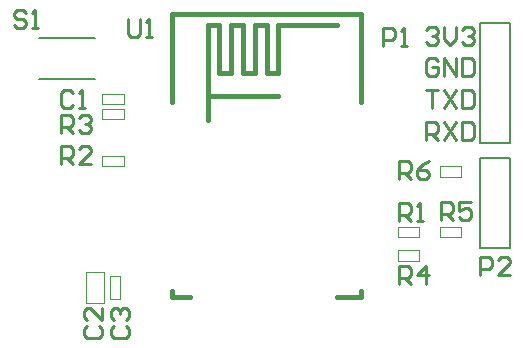
<source format=gto>
G04 Layer_Color=65535*
%FSTAX24Y24*%
%MOIN*%
G70*
G01*
G75*
%ADD18C,0.0100*%
%ADD19C,0.0150*%
%ADD26C,0.0080*%
%ADD27C,0.0020*%
%ADD28C,0.0079*%
D18*
X031175Y043725D02*
Y043225D01*
X031275Y043125D01*
X031475D01*
X031575Y043225D01*
Y043725D01*
X031775Y043125D02*
X031975D01*
X031875D01*
Y043725D01*
X031775Y043625D01*
X027765Y04393D02*
X027665Y04403D01*
X027466D01*
X027366Y04393D01*
Y04383D01*
X027466Y04373D01*
X027665D01*
X027765Y04363D01*
Y04353D01*
X027665Y04343D01*
X027466D01*
X027366Y04353D01*
X027965Y04343D02*
X028165D01*
X028065D01*
Y04403D01*
X027965Y04393D01*
X040215Y038385D02*
Y038985D01*
X040515D01*
X040615Y038885D01*
Y038685D01*
X040515Y038585D01*
X040215D01*
X040415D02*
X040615Y038385D01*
X041214Y038985D02*
X041015Y038885D01*
X040815Y038685D01*
Y038485D01*
X040915Y038385D01*
X041115D01*
X041214Y038485D01*
Y038585D01*
X041115Y038685D01*
X040815D01*
X041605Y037015D02*
Y037615D01*
X041905D01*
X042005Y037515D01*
Y037315D01*
X041905Y037215D01*
X041605D01*
X041805D02*
X042005Y037015D01*
X042604Y037615D02*
X042205D01*
Y037315D01*
X042405Y037415D01*
X042505D01*
X042604Y037315D01*
Y037115D01*
X042505Y037015D01*
X042305D01*
X042205Y037115D01*
X040205Y034895D02*
Y035495D01*
X040505D01*
X040605Y035395D01*
Y035195D01*
X040505Y035095D01*
X040205D01*
X040405D02*
X040605Y034895D01*
X041105D02*
Y035495D01*
X040805Y035195D01*
X041204D01*
X028937Y039905D02*
Y040505D01*
X029237D01*
X029337Y040405D01*
Y040205D01*
X029237Y040105D01*
X028937D01*
X029137D02*
X029337Y039905D01*
X029537Y040405D02*
X029637Y040505D01*
X029837D01*
X029937Y040405D01*
Y040305D01*
X029837Y040205D01*
X029737D01*
X029837D01*
X029937Y040105D01*
Y040005D01*
X029837Y039905D01*
X029637D01*
X029537Y040005D01*
X028937Y038895D02*
Y039495D01*
X029237D01*
X029337Y039395D01*
Y039195D01*
X029237Y039095D01*
X028937D01*
X029137D02*
X029337Y038895D01*
X029937D02*
X029537D01*
X029937Y039295D01*
Y039395D01*
X029837Y039495D01*
X029637D01*
X029537Y039395D01*
X040215Y036975D02*
Y037575D01*
X040515D01*
X040615Y037475D01*
Y037275D01*
X040515Y037175D01*
X040215D01*
X040415D02*
X040615Y036975D01*
X040815D02*
X041015D01*
X040915D01*
Y037575D01*
X040815Y037475D01*
X042885Y035175D02*
Y035775D01*
X043185D01*
X043285Y035675D01*
Y035475D01*
X043185Y035375D01*
X042885D01*
X043884Y035175D02*
X043485D01*
X043884Y035575D01*
Y035675D01*
X043785Y035775D01*
X043585D01*
X043485Y035675D01*
X039665Y042815D02*
Y043415D01*
X039965D01*
X040065Y043315D01*
Y043115D01*
X039965Y043015D01*
X039665D01*
X040265Y042815D02*
X040465D01*
X040365D01*
Y043415D01*
X040265Y043315D01*
X029795Y033475D02*
X029695Y033375D01*
Y033175D01*
X029795Y033075D01*
X030195D01*
X030295Y033175D01*
Y033375D01*
X030195Y033475D01*
X030295Y034074D02*
Y033675D01*
X029895Y034074D01*
X029795D01*
X029695Y033975D01*
Y033775D01*
X029795Y033675D01*
X029337Y041248D02*
X029237Y041348D01*
X029037D01*
X028937Y041248D01*
Y040848D01*
X029037Y040748D01*
X029237D01*
X029337Y040848D01*
X029537Y040748D02*
X029737D01*
X029637D01*
Y041348D01*
X029537Y041248D01*
X030685Y033475D02*
X030585Y033375D01*
Y033175D01*
X030685Y033075D01*
X031085D01*
X031185Y033175D01*
Y033375D01*
X031085Y033475D01*
X030685Y033675D02*
X030585Y033775D01*
Y033975D01*
X030685Y034074D01*
X030785D01*
X030885Y033975D01*
Y033875D01*
Y033975D01*
X030985Y034074D01*
X031085D01*
X031185Y033975D01*
Y033775D01*
X031085Y033675D01*
X041105Y043365D02*
X041205Y043465D01*
X041405D01*
X041505Y043365D01*
Y043265D01*
X041405Y043165D01*
X041305D01*
X041405D01*
X041505Y043065D01*
Y042965D01*
X041405Y042865D01*
X041205D01*
X041105Y042965D01*
X041705Y043465D02*
Y043065D01*
X041905Y042865D01*
X042104Y043065D01*
Y043465D01*
X042304Y043365D02*
X042404Y043465D01*
X042604D01*
X042704Y043365D01*
Y043265D01*
X042604Y043165D01*
X042504D01*
X042604D01*
X042704Y043065D01*
Y042965D01*
X042604Y042865D01*
X042404D01*
X042304Y042965D01*
X041505Y042308D02*
X041405Y042408D01*
X041205D01*
X041105Y042308D01*
Y041908D01*
X041205Y041808D01*
X041405D01*
X041505Y041908D01*
Y042108D01*
X041305D01*
X041705Y041808D02*
Y042408D01*
X042104Y041808D01*
Y042408D01*
X042304D02*
Y041808D01*
X042604D01*
X042704Y041908D01*
Y042308D01*
X042604Y042408D01*
X042304D01*
X041105Y041351D02*
X041505D01*
X041305D01*
Y040751D01*
X041705Y041351D02*
X042104Y040751D01*
Y041351D02*
X041705Y040751D01*
X042304Y041351D02*
Y040751D01*
X042604D01*
X042704Y040851D01*
Y041251D01*
X042604Y041351D01*
X042304D01*
X041105Y039695D02*
Y040295D01*
X041405D01*
X041505Y040195D01*
Y039995D01*
X041405Y039895D01*
X041105D01*
X041305D02*
X041505Y039695D01*
X041705Y040295D02*
X042104Y039695D01*
Y040295D02*
X041705Y039695D01*
X042304Y040295D02*
Y039695D01*
X042604D01*
X042704Y039795D01*
Y040195D01*
X042604Y040295D01*
X042304D01*
D19*
X032638Y040945D02*
Y043898D01*
X038937D01*
Y040945D02*
Y043898D01*
Y034449D02*
Y034646D01*
X03815Y034449D02*
X038937D01*
X032638D02*
X033228D01*
X032638D02*
Y034646D01*
X033819Y040354D02*
Y043504D01*
X034213D01*
Y041929D02*
Y043504D01*
Y041929D02*
X034606D01*
Y043504D01*
X035D01*
Y041929D02*
Y043504D01*
Y041929D02*
X035394D01*
Y043504D01*
X035787D01*
Y041929D02*
Y043504D01*
Y041929D02*
X036181D01*
Y043504D01*
X03815D01*
X033819Y041142D02*
X036181D01*
D26*
X028189Y043091D02*
X030079D01*
X028189Y041713D02*
X030079D01*
D27*
X030295Y04123D02*
X031043D01*
X030295Y040896D02*
X031043D01*
X030295D02*
Y04123D01*
X031043Y040896D02*
Y04123D01*
X031024Y040374D02*
X031024Y040728D01*
X030315Y040374D02*
Y040728D01*
Y040374D02*
X031024D01*
X030315Y040728D02*
X031024D01*
X031024Y038799D02*
X031024Y039154D01*
X030315Y038799D02*
Y039154D01*
Y038799D02*
X031024D01*
X030315Y039154D02*
X031024D01*
X040866Y03565D02*
X040866Y036004D01*
X040157Y03565D02*
Y036004D01*
Y03565D02*
X040866D01*
X040157Y036004D02*
X040866D01*
X042283Y036437D02*
X042283Y036791D01*
X041575Y036437D02*
Y036791D01*
Y036437D02*
X042283D01*
X041575Y036791D02*
X042283D01*
X040157Y036437D02*
X040157Y036791D01*
X040866Y036437D02*
Y036791D01*
X040157D02*
X040866D01*
X040157Y036437D02*
X040866D01*
X042283Y038445D02*
X042283Y038799D01*
X041575Y038445D02*
Y038799D01*
Y038445D02*
X042283D01*
X041575Y038799D02*
X042283D01*
X030374Y034232D02*
Y035295D01*
X029783Y034232D02*
Y035295D01*
X030374D01*
X029783Y034232D02*
X030374D01*
X030581Y035138D02*
X030915D01*
X030581Y03439D02*
X030915D01*
Y035138D01*
X030581Y03439D02*
Y035138D01*
D28*
X042886Y043587D02*
X043886D01*
X043886Y039587D01*
X042886D02*
X042886Y043587D01*
X042886Y039587D02*
X043886D01*
Y036083D02*
Y039083D01*
X042886D02*
X043886D01*
X042886Y036083D02*
Y039083D01*
Y036083D02*
X043886D01*
M02*

</source>
